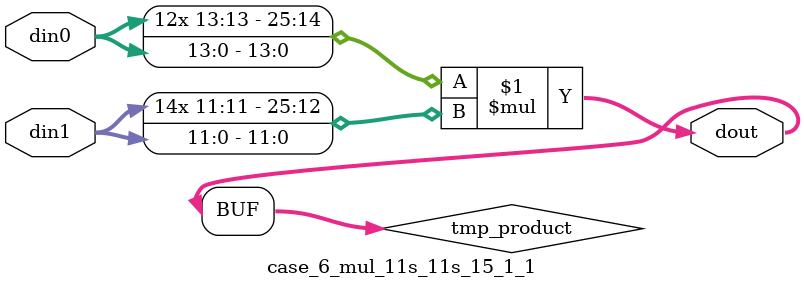
<source format=v>

`timescale 1 ns / 1 ps

 module case_6_mul_11s_11s_15_1_1(din0, din1, dout);
parameter ID = 1;
parameter NUM_STAGE = 0;
parameter din0_WIDTH = 14;
parameter din1_WIDTH = 12;
parameter dout_WIDTH = 26;

input [din0_WIDTH - 1 : 0] din0; 
input [din1_WIDTH - 1 : 0] din1; 
output [dout_WIDTH - 1 : 0] dout;

wire signed [dout_WIDTH - 1 : 0] tmp_product;



























assign tmp_product = $signed(din0) * $signed(din1);








assign dout = tmp_product;





















endmodule

</source>
